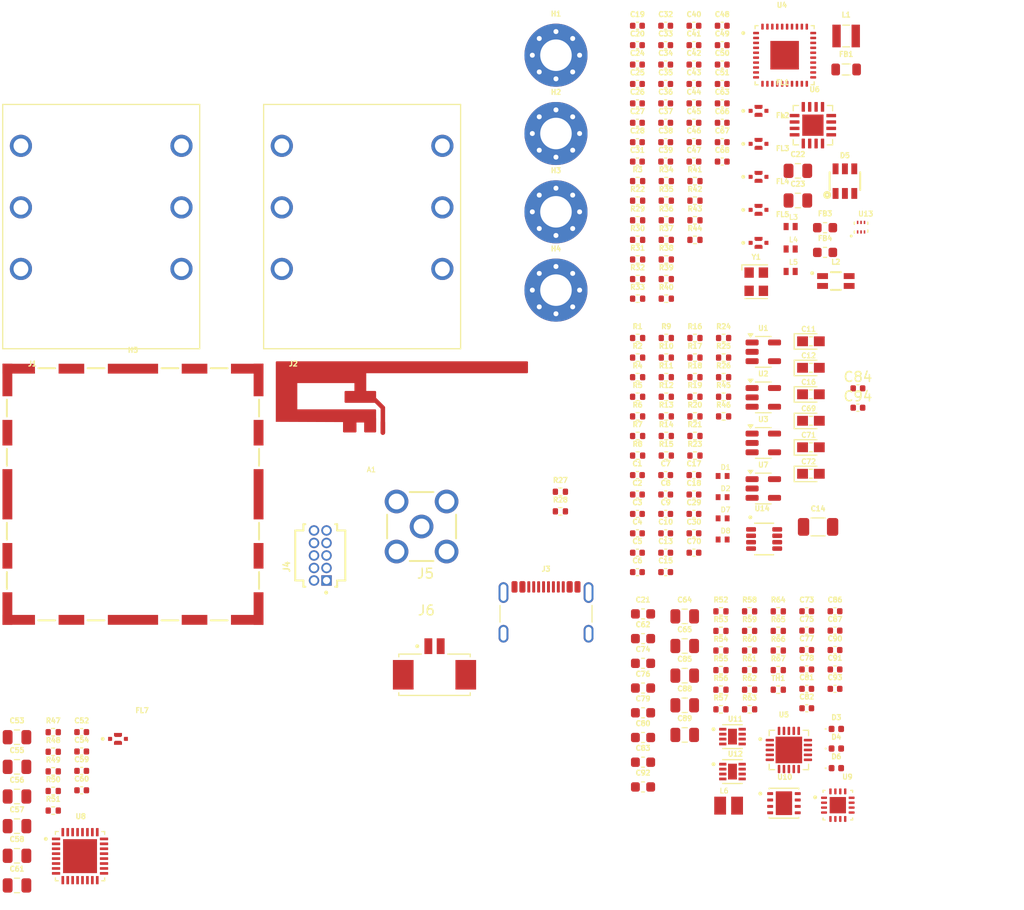
<source format=kicad_pcb>
(kicad_pcb (version 20240108) (generator "pcbnew") (generator_version "8.0")
  (layers (0 "F.Cu" signal) (31 "B.Cu" signal) (34 "B.Paste" user) (35 "F.Paste" user) (36 "B.SilkS" user "B.Silkscreen") (37 "F.SilkS" user "F.Silkscreen") (38 "B.Mask" user) (39 "F.Mask" user) (44 "Edge.Cuts" user))
  (property "BOARD_NAME" "Wirelles Guitar Jack Transceiver")
  (property "DESIGNER" "Orhun Dabak")
  (property "PROJECT_NAME" "Wirelles Guitar Jack")
  (property "REVIEWER" "")
  (property "VARIANT" "")
  (net 0 "")
  (net 1 "GND")
  (net 2 "/ANT_PCB")
  (net 3 "Net-(C1-Pad1)")
  (net 4 "Net-(U1-+)")
  (net 5 "+5VA")
  (net 6 "Net-(C16-Pad1)")
  (net 7 "Net-(C5-Pad2)")
  (net 8 "Net-(U3-+)")
  (net 9 "Net-(U2-+)")
  (net 10 "Net-(C10-Pad1)")
  (net 11 "/ANALOG/AUDIO_OUT_R")
  (net 12 "Net-(C11-Pad1)")
  (net 13 "/ANALOG/AUDIO_OUT_L")
  (net 14 "Net-(C12-Pad1)")
  (net 15 "Net-(U14A-+)")
  (net 16 "Net-(U2--)")
  (net 17 "Net-(C15-Pad2)")
  (net 18 "/ANALOG/AUDIO_IN_R_CODEC")
  (net 19 "Net-(C17-Pad2)")
  (net 20 "/RF SOC/USB_D_CMC_R-")
  (net 21 "/RF SOC/USB_D_CMC_R+")
  (net 22 "+3V3A")
  (net 23 "Net-(C22-Pad1)")
  (net 24 "+VBUSF")
  (net 25 "/RESET_N")
  (net 26 "Net-(C25-Pad1)")
  (net 27 "/RF SOC/ANT_IN")
  (net 28 "Net-(C26-Pad1)")
  (net 29 "Net-(Y1-TRI_STATE)")
  (net 30 "Net-(U7-+)")
  (net 31 "Net-(C29-Pad1)")
  (net 32 "Net-(U4B-DCPL)")
  (net 33 "Net-(U6B-AVDD_BIAS)")
  (net 34 "Net-(C38-Pad1)")
  (net 35 "Net-(U4B-DVDD)")
  (net 36 "IOVDD")
  (net 37 "Net-(C45-Pad1)")
  (net 38 "Net-(C46-Pad1)")
  (net 39 "Net-(U8-REF)")
  (net 40 "/CODEC/TLV_RESET_N")
  (net 41 "DVDD_TLV")
  (net 42 "Net-(U8-LDOIN{slash}HPVDD)")
  (net 43 "AVDD_TLV")
  (net 44 "+3V3D")
  (net 45 "+VBAT")
  (net 46 "/RF SOC/ANT_CTRL2")
  (net 47 "+VSYS")
  (net 48 "/RF SOC/GIO13")
  (net 49 "/RF SOC/GIO12")
  (net 50 "/RF SOC/ANT_CTRL1")
  (net 51 "/ANALOG/AUDIO_IN_L_CODEC")
  (net 52 "Net-(U7--)")
  (net 53 "Net-(C70-Pad2)")
  (net 54 "Net-(C71-Pad1)")
  (net 55 "+VBR_2V5")
  (net 56 "Net-(C72-Pad1)")
  (net 57 "+VBL_2V5")
  (net 58 "+5V5")
  (net 59 "Net-(U9-BST)")
  (net 60 "Net-(C90-Pad1)")
  (net 61 "Net-(U9-VCC)")
  (net 62 "Net-(U9-OUT)")
  (net 63 "Net-(C93-Pad1)")
  (net 64 "Net-(D3-K)")
  (net 65 "Net-(D4-K)")
  (net 66 "/USB_D+")
  (net 67 "+VBUS")
  (net 68 "/USB_D-")
  (net 69 "Net-(D6-K)")
  (net 70 "/ANALOG/AUDIO_IN_R")
  (net 71 "/ANALOG/AUDIO_IN_L")
  (net 72 "Net-(J3-CC1)")
  (net 74 "Net-(J3-CC2)")
  (net 76 "/MISO")
  (net 77 "/ANT_SMA")
  (net 78 "/RF SOC/USB_D_CMC+")
  (net 79 "/RF SOC/USB_D_CMC-")
  (net 80 "Net-(U6A-ANT)")
  (net 81 "/RF SOC/SDA")
  (net 82 "/ANALOG/AUDIO_OUT_R_CODEC")
  (net 83 "/RF SOC/SCL")
  (net 84 "Net-(U3--)")
  (net 85 "Net-(U1--)")
  (net 86 "/RF SOC/AD2")
  (net 87 "Net-(Y1-OUTPUT)")
  (net 88 "Net-(U4A-X1)")
  (net 89 "/RF SOC/xLNAEN")
  (net 90 "/RF SOC/xLNAEN_R")
  (net 91 "/RF SOC/xPAEN_R")
  (net 92 "/RF SOC/xPAEN")
  (net 93 "Net-(U6B-BIAS)")
  (net 94 "+3V3ARF")
  (net 95 "Net-(U6A-HGM)")
  (net 96 "Net-(U4A-RBIAS)")
  (net 97 "/ANALOG/AUDIO_OUT_L_CODEC")
  (net 98 "/CODEC/MCLK_R")
  (net 99 "/CODEC/MCLK")
  (net 100 "/CODEC/BCLK")
  (net 101 "/CODEC/BCLK_R")
  (net 102 "/CODEC/WRCK_R")
  (net 103 "/CODEC/WRCK")
  (net 104 "/CODEC/DOUT_R")
  (net 105 "/CODEC/DOUT")
  (net 106 "/CODEC/DIN")
  (net 107 "/CODEC/DIN_R")
  (net 108 "Net-(U5-SEL)")
  (net 109 "/POWER/PG")
  (net 110 "/POWER/STAT2")
  (net 111 "/POWER/STAT1")
  (net 112 "Net-(U5-~{TE})")
  (net 113 "Net-(U5-CE)")
  (net 114 "Net-(U5-PROG3)")
  (net 115 "Net-(U5-PROG2)")
  (net 116 "Net-(U5-PROG1)")
  (net 117 "Net-(U9-PG)")
  (net 118 "Net-(U9-FB)")
  (net 119 "Net-(U9-COMP)")
  (net 120 "Net-(U9-FREQ)")
  (net 121 "Net-(U5-THERM)")
  (net 122 "/RF SOC/SCLK")
  (net 123 "/RF SOC/DOUT")
  (net 124 "/RF SOC/MCLK")
  (net 125 "/RF SOC/RF+")
  (net 126 "/RF SOC/MOSI")
  (net 127 "/RF SOC/BCLK")
  (net 128 "/RF SOC/RF-")
  (net 129 "/RF SOC/DIN")
  (net 131 "/RF SOC/WRCK")
  (net 132 "/RF SOC/CS_N")
  (net 133 "/RF SOC/GIO1")
  (net 134 "/RF SOC/MISO")
  (net 136 "/RF SOC/GIO3")
  (net 142 "/CODEC/SCL")
  (net 146 "/CODEC/SDA")
  (net 152 "+VSYS(3V2-5V)")
  (net 153 "Net-(C84-Pad1)")
  (net 154 "Net-(C94-Pad1)")
  (footprint "Resistor_SMD:R_0402_1005Metric" (layer "F.Cu") (at 167.975 91.87)
    (property "Reference" "R21")
    (property "Value" "1k")
  )
  (footprint "Package_TO_SOT_SMD:SOT-23-5" (layer "F.Cu") (at 174.915 87.95)
    (property "Reference" "U2")
    (property "Value" "OPA1655DBV")
  )
  (footprint "Wirelles_Guitar_Jack:FIL_NFM18PS105D0J3D" (layer "F.Cu") (at 174.43 58.86)
    (property "Reference" "FL1")
    (property "Value" "NFM18PS105D0J3D")
  )
  (footprint "Capacitor_SMD:C_0402_1005Metric" (layer "F.Cu") (at 162.135 101.75)
    (property "Reference" "C4")
    (property "Value" "2n")
  )
  (footprint "Wirelles_Guitar_Jack:CAPC1608X90" (layer "F.Cu") (at 179.75 95.705)
    (property "Reference" "C72")
    (property "Value" "2.2u")
  )
  (footprint "Wirelles_Guitar_Jack:INDC2016X100N" (layer "F.Cu") (at 171.393 129.398)
    (property "Reference" "L6")
    (property "Value" "74479276168")
  )
  (footprint "Resistor_SMD:R_0402_1005Metric" (layer "F.Cu") (at 162.155 89.88)
    (property "Reference" "R6")
    (property "Value" "1k")
  )
  (footprint "Resistor_SMD:R_0402_1005Metric" (layer "F.Cu") (at 170.615 119.62)
    (property "Reference" "R57")
    (property "Value" "10k")
  )
  (footprint "Resistor_SMD:R_0402_1005Metric" (layer "F.Cu") (at 165.065 73.95)
    (property "Reference" "R38")
    (property "Value" "~")
  )
  (footprint "Capacitor_SMD:C_0805_2012Metric" (layer "F.Cu") (at 178.425 64.95)
    (property "Reference" "C22")
    (property "Value" "10u")
  )
  (footprint "Capacitor_SMD:C_0402_1005Metric" (layer "F.Cu") (at 170.745 50.22)
    (property "Reference" "C48")
    (property "Value" "0.1u")
  )
  (footprint "Capacitor_SMD:C_0402_1005Metric" (layer "F.Cu") (at 165.005 54.16)
    (property "Reference" "C34")
    (property "Value" "1n")
  )
  (footprint "Resistor_SMD:R_0402_1005Metric" (layer "F.Cu") (at 167.975 89.88)
    (property "Reference" "R20")
    (property "Value" "1k")
  )
  (footprint "Wirelles_Guitar_Jack:INDC1006X60N" (layer "F.Cu") (at 177.69 70.605)
    (property "Reference" "L3")
    (property "Value" "LQW15AN1N5B00D")
  )
  (footprint "Resistor_SMD:R_0402_1005Metric" (layer "F.Cu") (at 162.155 87.89)
    (property "Reference" "R5")
    (property "Value" "100R")
  )
  (footprint "Resistor_SMD:R_0402_1005Metric" (layer "F.Cu") (at 165.065 87.89)
    (property "Reference" "R12")
    (property "Value" "0R")
  )
  (footprint "Capacitor_SMD:C_0402_1005Metric" (layer "F.Cu") (at 179.325 109.66)
    (property "Reference" "C73")
    (property "Value" "1u")
  )
  (footprint "Capacitor_SMD:C_0805_2012Metric" (layer "F.Cu") (at 166.935 113.19)
    (property "Reference" "C65")
    (property "Value" "10u")
  )
  (footprint "Resistor_SMD:R_0402_1005Metric" (layer "F.Cu") (at 173.525 119.62)
    (property "Reference" "R63")
    (property "Value" "10k")
  )
  (footprint "Wirelles_Guitar_Jack:QFN6-LF" (layer "F.Cu") (at 184.84 70.67)
    (property "Reference" "U13")
    (property "Value" "SKY13351-378LF")
  )
  (footprint "Capacitor_SMD:C_0402_1005Metric" (layer "F.Cu") (at 162.135 58.1)
    (property "Reference" "C26")
    (property "Value" "6.8p")
  )
  (footprint "Capacitor_SMD:C_0402_1005Metric" (layer "F.Cu") (at 165.005 64.01)
    (property "Reference" "C39")
    (property "Value" "2.2u")
  )
  (footprint "Wirelles_Guitar_Jack:WE-SHC_SMD-FRAME_36103255S" (layer "F.Cu") (at 110.92 97.785)
    (property "Reference" "H5")
    (property "Value" "WE-SHC_SMD-FRAME")
  )
  (footprint "Capacitor_SMD:C_0805_2012Metric" (layer "F.Cu") (at 99.145 131.48)
    (property "Reference" "C57")
    (property "Value" "10u")
  )
  (footprint "Capacitor_SMD:C_0402_1005Metric" (layer "F.Cu") (at 165.005 99.78)
    (property "Reference" "C9")
    (property "Value" "100n")
  )
  (footprint "Wirelles_Guitar_Jack:SAMTEC_FTSH-105-01-F-D-K" (layer "F.Cu") (at 129.935 104 90)
    (property "Reference" "J4")
    (property "Value" "Conn_02x05_Odd_Even")
  )
  (footprint "MountingHole:MountingHole_3.2mm_M3_Pad_Via" (layer "F.Cu") (at 153.865 53.21)
    (property "Reference" "H1")
    (property "Value" "MountingHole_Pad")
  )
  (footprint "Capacitor_SMD:C_0402_1005Metric" (layer "F.Cu") (at 162.135 103.72)
    (property "Reference" "C5")
    (property "Value" "100p")
  )
  (footprint "Capacitor_SMD:C_0402_1005Metric" (layer "F.Cu") (at 165.005 95.84)
    (property "Reference" "C7")
    (property "Value" "0.1u")
  )
  (footprint "Wirelles_Guitar_Jack:FIL_NFM18PS105D0J3D" (layer "F.Cu") (at 174.43 68.91)
    (property "Reference" "FL4")
    (property "Value" "NFM18PS105D0J3D")
  )
  (footprint "Inductor_SMD:L_0603_1608Metric" (layer "F.Cu") (at 181.185 70.72)
    (property "Reference" "FB3")
    (property "Value" "BLM18AG221SN1D")
  )
  (footprint "Connector_USB:USB_C_Receptacle_GCT_USB4105-xx-A_16P_TopMnt_Horizontal" (layer "F.Cu") (at 152.855 110.87)
    (property "Reference" "J3")
    (property "Value" "USB_C_Receptacle_USB2.0_16P")
  )
  (footprint "Capacitor_SMD:C_0402_1005Metric" (layer "F.Cu") (at 162.135 97.81)
    (property "Reference" "C2")
    (property "Value" "0.1u")
  )
  (footprint "Wirelles_Guitar_Jack:FIL_NFM18PS105D0J3D" (layer "F.Cu") (at 109.4 122.62)
    (property "Reference" "FL7")
    (property "Value" "NFM18PS105D0J3D")
  )
  (footprint "Capacitor_SMD:C_1206_3216Metric" (layer "F.Cu") (at 180.475 101.1)
    (property "Reference" "C14")
    (property "Value" "100u")
  )
  (footprint "Inductor_SMD:L_Wuerth_MAPI-2512" (layer "F.Cu") (at 183.325 51.26)
    (property "Reference" "L1")
    (property "Value" "74438323012")
  )
  (footprint "Capacitor_SMD:C_0402_1005Metric" (layer "F.Cu") (at 170.745 62.04)
    (property "Reference" "C67")
    (property "Value" "~")
  )
  (footprint "MountingHole:MountingHole_3.2mm_M3_Pad_Via" (layer "F.Cu") (at 153.865 61.16)
    (property "Reference" "H2")
    (property "Value" "MountingHole_Pad")
  )
  (footprint "Resistor_SMD:R_0402_1005Metric" (layer "F.Cu") (at 165.065 93.86)
    (property "Reference" "R15")
    (property "Value" "100k")
  )
  (footprint "Capacitor_SMD:C_0402_1005Metric" (layer "F.Cu") (at 165.005 103.72)
    (property "Reference" "C13")
    (property "Value" "0.1u")
  )
  (footprint "LED_SMD:LED_0402_1005Metric" (layer "F.Cu") (at 182.33 123.6)
    (property "Reference" "D4")
    (property "Value" "LED")
  )
  (footprint "Inductor_SMD:L_0603_1608Metric" (layer "F.Cu") (at 181.185 73.23)
    (property "Reference" "FB4")
    (property "Value" "BLM18AG221SN1D")
  )
  (footprint "Resistor_SMD:R_0402_1005Metric" (layer "F.Cu") (at 102.825 129.9)
    (property "Reference" "R51")
    (property "Value" "33R")
  )
  (footprint "Wirelles_Guitar_Jack:CAPC1608X90" (layer "F.Cu") (at 179.75 84.945)
    (property "Reference" "C12")
    (property "Value" "2.2u")
  )
  (footprint "Wirelles_Guitar_Jack:CAPC1608X90" (layer "F.Cu") (at 179.75 82.255)
    (property "Reference" "C11")
    (property "Value" "2.2u")
  )
  (footprint "Capacitor_SMD:C_0402_1005Metric" (layer "F.Cu") (at 170.745 52.19)
    (property "Reference" "C49")
    (property "Value" "0.1u")
  )
  (footprint "Capacitor_SMD:C_0402_1005Metric" (layer "F.Cu") (at 165.005 60.07)
    (property "Reference" "C37")
    (property "Value" "0.1u")
  )
  (footprint "Capacitor_SMD:C_0603_1608Metric" (layer "F.Cu") (at 162.705 117.46)
    (property "Reference" "C76")
    (property "Value" "4.7u")
  )
  (footprint "Wirelles_Guitar_Jack:RESC1005X35N" (layer "F.Cu") (at 170.785 98.08)
    (property "Reference" "D2")
    (property "Value" "0402ESD-BI")
  )
  (footprint "Capacitor_SMD:C_0603_1608Metric" (layer "F.Cu") (at 162.705 109.93)
    (property "Reference" "C21")
    (property "Value" "4.7u")
  )
  (footprint "Capacitor_SMD:C_0402_1005Metric" (layer "F.Cu") (at 167.875 58.1)
    (property "Reference" "C44")
    (property "Value" "0.1u")
  )
  (footprint "Resistor_SMD:R_0402_1005Metric" (layer "F.Cu") (at 176.435 113.65)
    (property "Reference" "R66")
    (property "Value" "56.2k")
  )
  (footprint "Capacitor_SMD:C_0402_1005Metric" (layer "F.Cu") (at 165.005 56.13)
    (property "Reference" "C35")
    (property "Value" "18p")
  )
  (footprint "Resistor_SMD:R_0402_1005Metric" (layer "F.Cu") (at 170.615 115.64)
    (property "Reference" "R55")
    (property "Value" "1k")
  )
  (footprint "Wirelles_Guitar_Jack:FIL_NFM18PS105D0J3D" (layer "F.Cu") (at 174.43 72.26)
    (property "Reference" "FL5")
    (property "Value" "NFM18PS105D0J3D")
  )
  (footprint "Capacitor_SMD:C_0402_1005Metric" (layer "F.Cu") (at 167.875 62.04)
    (property "Reference" "C46")
    (property "Value" "0.1u")
  )
  (footprint "Capacitor_SMD:C_0402_1005Metric" (layer "F.Cu") (at 165.005 101.75)
    (property "Reference" "C10")
    (property "Value" "4700p")
  )
  (footprint "Resistor_SMD:R_0402_1005Metric" (layer "F.Cu") (at 165.065 85.9)
    (property "Reference" "R11")
    (property "Value" "0R")
  )
  (footprint "Capacitor_SMD:C_0402_1005Metric" (layer "F.Cu") (at 162.135 54.16)
    (property "Reference" "C24")
    (property "Value" "1n")
  )
  (footprint "Wirelles_Guitar_Jack:AMPHENOL_ACJMIH" (layer "F.Cu") (at 107.695 68.66)
    (property "Reference" "J1")
    (property "Value" "ACJS-IH")
  )
  (footprint "Capacitor_SMD:C_0603_1608Metric" (layer "F.Cu") (at 162.705 119.97)
    (property "Reference" "C79")
    (property "Value" "4.7u")
  )
  (footprint "Resistor_SMD:R_0402_1005Metric" (layer "F.Cu") (at 167.975 69.97)
    (property "Reference" "R43")
    (property "Value" "10k")
  )
  (footprint "Capacitor_SMD:C_0402_1005Metric" (layer "F.Cu") (at 162.135 52.19)
    (property "Reference" "C20")
    (property "Value" "47p")
  )
  (footprint "Capacitor_SMD:C_0805_2012Metric" (layer "F.Cu") (at 99.145 134.49)
    (property "Reference" "C58")
    (property "Value" "10u")
  )
  (footprint "Capacitor_SMD:C_0402_1005Metric" (layer "F.Cu") (at 182.195 113.6)
    (property "Reference" "C90")
    (property "Value" "0.1u")
  )
  (footprint "Resistor_SMD:R_0402_1005Metric" (layer "F.Cu") (at 173.525 109.67)
    (property "Reference" "R58")
    (property "Value" "10k")
  )
  (footprint "Resistor_SMD:R_0402_1005Metric" (layer "F.Cu") (at 162.155 77.93)
    (property "Reference" "R33")
    (property "Value" "33R")
  )
  (footprint "Wirelles_Guitar_Jack:QFN65P400X400X100-17N" (layer "F.Cu") (at 179.95 60.315)
    (property "Reference" "U6")
    (property "Value" "CC2590RGVT")
  )
  (footprint "Wirelles_Guitar_Jack:SOT23_DDF_TEX" (layer "F.Cu") (at 174.999 102.325)
    (property "Reference" "U14")
    (property "Value" "TLV9162")
  )
  (footprint "Wirelles_Guitar_Jack:WE-TVS_SOT23-6L" (layer "F.Cu") (at 183.2 65.995)
    (property "Reference" "D5")
    (property "Value" "WE-TVS-HS_SOT23-6L_824015")
  )
  (footprint "Capacitor_SMD:C_0402_1005Metric" (layer "F.Cu") (at 182.195 117.54)
    (property "Reference" "C93")
    (property "Value" "1.8n")
  )
  (footprint "Resistor_SMD:R_0402_1005Metric" (layer "F.Cu") (at 170.615 109.67)
    (property "Reference" "R52")
    (property "Value" "10k")
  )
  (footprint "Oscillator:Oscillator_SMD_Kyocera_KC2520Z-4Pin_2.5x2.0mm" (layer "F.Cu") (at 174.2 76.205)
    (property "Reference" "Y1")
    (property "Value" "ECS-2520MV-480-DN-TR")
  )
  (footprint "Resistor_SMD:R_0402_1005Metric" (layer "F.Cu") (at 173.525 113.65)
    (property "Reference" "R60")
    (property "Value" "10k")
  )
  (footprint "Wirelles_Guitar_Jack:FIL_NFM18PS105D0J3D" (layer "F.Cu") (at 174.43 65.56)
    (property "Reference" "FL3")
    (property "Value" "NFM18PS105D0J3D")
  )
  (footprint "Capacitor_SMD:C_0805_2012Metric" (layer "F.Cu") (at 178.425 67.96)
    (property "Reference" "C23")
    (property "Value" "10u")
  )
  (footprint "Capacitor_SMD:C_0805_2012Metric" (layer "F.Cu") (at 99.145 125.46)
    (property "Reference" "C55")
    (property "Value" "10u")
  )
  (footprint "Wirelles_Guitar_Jack:WE-CNSW_1206" (layer "F.Cu") (at 182.28 76.135)
    (property "Reference" "L2")
    (property "Value" "WE-CNSW_1206")
  )
  (footprint "Resistor_SMD:R_0402_1005Metric" (layer "F.Cu") (at 162.155 91.87)
    (property "Reference" "R7")
    (property "Value" "1M")
  )
  (footprint "Resistor_SMD:R_0402_1005Metric" (layer "F.Cu") (at 165.065 77.93)
    (property "Reference" "R40")
    (property "Value" "4.3k")
  )
  (footprint "Wirelles_Guitar_Jack:SON50P200X200X80-9N" (layer "F.Cu") (at 171.785 122.39)
    (property "Reference" "U11")
    (property "Value" "TPS7A2133")
  )
  (footprint "Capacitor_SMD:C_0402_1005Metric" (layer "F.Cu") (at 179.325 115.57)
    (property "Reference" "C78")
    (property "Value" "1u")
  )
  (footprint "Resistor_SMD:R_0402_1005Metric" (layer "F.Cu") (at 176.435 117.63)
    (property "Reference" "TH1")
    (property "Value" "TMP6131DECR")
  )
  (footprint "Resistor_SMD:R_0402_1005Metric" (layer "F.Cu") (at 170.615 111.66)
    (property "Reference" "R53")
    (property "Value" "1k")
  )
  (footprint "Capacitor_SMD:C_0603_1608Metric" (layer "F.Cu") (at 162.705 112.44)
    (property "Reference" "C62")
    (property "Value" "4.7u")
  )
  (footprint "Wirelles_Guitar_Jack:RESC1005X35N" (layer "F.Cu") (at 170.785 102.38)
    (property "Reference" "D8")
    (property "Value" "0402ESD-BI")
  )
  (footprint "Resistor_SMD:R_0402_1005Metric" (layer "F.Cu") (at 173.525 111.66)
    (property "Reference" "R59")
    (property "Value" "10k")
  )
  (footprint "Resistor_SMD:R_0402_1005Metric" (layer "F.Cu") (at 102.825 123.93)
    (property "Reference" "R48")
    (property "Value" "33R")
  )
  (footprint "Resistor_SMD:R_0402_1005Metric" (layer "F.Cu") (at 170.885 89.88)
    (property "Reference" "R46")
    (property "Value" "1k")
  )
  (footprint "Wirelles_Guitar_Jack:AMPHENOL_ACJMIH" (layer "F.Cu") (at 134.1835 68.66)
    (property "Reference" "J2")
    (property "Value" "ACJS-IH")
  )
  (footprint "Resistor_SMD:R_0402_1005Metric" (layer "F.Cu") (at 167.975 93.86)
    (property "Reference" "R23")
    (property "Value" "0R")
  )
  (footprint "Capacitor_SMD:C_0402_1005Metric" (layer "F.Cu") (at 162.135 105.69)
    (property "Reference" "C6")
    (property "Value" "10n")
  )
  (footprint "Wirelles_Guitar_Jack:FIL_NFM18PS105D0J3D" (layer "F.Cu") (at 174.43 62.21)
    (property "Reference" "FL2")
    (property "Value" "NFM18PS105D0J3D")
  )
  (footprint "Wirelles_Guitar_Jack:CAPC1608X90" (layer "F.Cu") (at 179.75 93.015)
    (property "Reference" "C71")
    (property "Value" "2.2u")
  )
  (footprint "Capacitor_SMD:C_0402_1005Metric" (layer "F.Cu") (at 182.195 115.57)
    (property "Reference" "C91")
    (property "Value" "1u")
  )
  (footprint "Resistor_SMD:R_0402_1005Metric" (layer "F.Cu") (at 167.975 85.9)
    (property "Reference" "R18")
    (property "Value" "0R")
  )
  (footprint "Resistor_SMD:R_0402_1005Metric" (layer "F.Cu") (at 162.155 65.99)
    (property "Reference" "R3")
    (property "Value" "2.2k")
  )
  (footprint "Resistor_SMD:R_0402_1005Metric" (layer "F.Cu") (at 162.155 81.92)
    (property "Reference" "R1")
    (property "Value" "100R")
  )
  (footprint "Resistor_SMD:R_0402_1005Metric" (layer "F.Cu") (at 167.975 81.92)
    (property "Reference" "R16")
    (property "Value" "100k")
  )
  (footprint "Capacitor_SMD:C_0402_1005Metric" (layer "F.Cu") (at 165.005 52.19)
    (property "Reference" "C33")
    (property "Value" "18p")
  )
  (footprint "Capacitor_SMD:C_0402_1005Metric" (layer "F.Cu") (at 162.135 95.84)
    (property "Reference" "C1")
    (property "Value" "10n")
  )
  (footprint "Capacitor_SMD:C_0805_2012Metric" (layer "F.Cu") (at 99.145 137.5)
    (property "Reference" "C61")
    (property "Value" "10u")
  )
  (footprint "Resistor_SMD:R_0402_1005Metric" (layer "F.Cu") (at 176.435 111.66)
    (property "Reference" "R65")
    (property "Value" "80.6k")
  )
  (footprint "Resistor_SMD:R_0402_1005Metric" (layer "F.Cu") (at 170.615 117.63)
    (property "Reference" "R56")
    (property "Value" "10k")
  )
  (footprint "Resistor_SMD:R_0402_1005Metric" (layer "F.Cu") (at 102.825 121.94)
    (property "Reference" "R47")
    (property "Value" "33R")
  )
  (footprint "Capacitor_SMD:C_0402_1005Metric" (layer "F.Cu") (at 179.325 117.54)
    (property "Reference" "C81")
    (property "Value" "0.1u")
  )
  (footprint "Wirelles_Guitar_Jack:INDC1006X60N" (layer "F.Cu") (at 177.69 72.885)
    (property "Reference" "L4")
    (property "Value" "LQW15AN2N2C1ZD")
  )
  (footprint "Resistor_SMD:R_0402_1005Metric" (layer "F.Cu") (at 162.155 71.96)
    (property "Reference" "R30")
    (property "Value" "33R")
  )
  (footprint "Capacitor_SMD:C_0805_2012Metric" (layer "F.Cu") (at 166.935 119.21)
    (property "Reference" "C88")
    (property "Value" "10u")
  )
  (footprint "Capacitor_SMD:C_0402_1005Metric" (layer "F.Cu") (at 167.875 56.13)
    (property "Reference" "C43")
    (property "Value" "0.1u")
  )
  (footprint "Capacitor_SMD:C_0402_1005Metric" (layer "F.Cu") (at 162.135 50.22)
    (property "Reference" "C19")
    (property "Value" "47p")
  )
  (footprint "Capacitor_SMD:C_0402_1005Metric" (layer "F.Cu") (at 170.745 64.01)
    (property "Reference" "C68")
    (property "Value" "~")
  )
  (footprint "Capacitor_SMD:C_0402_1005Metric" (layer "F.Cu") (at 170.745 60.07)
    (property "Reference" "C66")
    (property "Value" "~")
  )
  (footprint "Capacitor_SMD:C_0402_1005Metric" (layer "F.Cu") (at 182.195 109.66)
    (property "Reference" "C86")
    (property "Value" "0.1u")
  )
  (footprint "Capacitor_SMD:C_0402_1005Metric" (layer "F.Cu") (at 162.135 56.13)
    (property "Reference" "C25")
    (property "Value" "1.2p")
  )
  (footprint "Capacitor_SMD:C_0805_2012Metric" (layer "F.Cu") (at 166.935 122.22)
    (property "Reference" "C89")
    (property "Value" "10u")
  )
  (footprint "Wirelles_Guitar_Jack:RESC1005X35N" (layer "F.Cu") (at 170.785 95.93)
    (property "Reference" "D1")
    (property "Value" "0402ESD-BI")
  )
  (footprint "Capacitor_SMD:C_0805_2012Metric" (layer "F.Cu") (at 166.935 110.18)
    (property "Reference" "C64")
    (property "Value" "10u")
  )
  (footprint "Capacitor_SMD:C_0402_1005Metric" (layer "F.Cu") (at 179.325 111.63)
    (property "Reference" "C75")
    (property "Value" "0.1u")
  )
  (footprint "Wirelles_Guitar_Jack:INDC1006X60N" (layer "F.Cu") (at 177.69 75.165)
    (property "Reference" "L5")
    (property "Value" "LQW15AN3N9C00D")
  )
  (footprint "Resistor_SMD:R_0402_1005Metric" (layer "F.Cu") (at 167.975 83.91)
    (property "Reference" "R17")
    (property "Value" "100")
  )
  (footprint "Resistor_SMD:R_0402_1005Metric" (layer "F.Cu") (at 165.065 71.96)
    (property "Reference" "R37")
    (property "Value" "10k")
  )
  (footprint "Resistor_SMD:R_0402_1005Metric" (layer "F.Cu") (at 162.155 69.97)
    (property "Reference" "R29")
    (property "Value" "1.5k")
  )
  (footprint "Wirelles_Guitar_Jack:CAPC1608X90" (layer "F.Cu") (at 179.75 90.325)
    (property "Reference" "C69")
    (property "Value" "2.2u")
  )
  (footprint "Resistor_SMD:R_0402_1005Metric" (layer "F.Cu") (at 170.885 87.89)
    (property "Reference" "R45")
    (property "Value" "1M")
  )
  (footprint "Wirelles_Guitar_Jack:Inverted_F_Antenna" (layer "F.Cu") (at 135.12168 95.78507)
    (property "Reference" "A1")
    (property "Value" "Inverted_F_Antenna")
  )
  (footprint "Capacitor_SMD:C_0402_1005Metric" (layer "F.Cu") (at 105.715 127.84)
    (property "Reference" "C60")
    (property "Value" "1u")
  )
  (footprint "Resistor_SMD:R_0402_1005Metric" (layer "F.Cu") (at 170.885 85.9)
    (property "Reference" "R26")
    (property "Value" "0R")
  )
  (footprint "Resistor_SMD:R_0402_1005Metric" (layer "F.Cu") (at 162.155 83.91)
    (property "Reference" "R2")
    (property "Value" "1M")
  )
  (footprint "Capacitor_SMD:C_0603_1608Metric" (layer "F.Cu") (at 162.705 122.48)
    (property "Reference" "C80")
    (property "Value" "4.7u")
  )
  (footprint "LED_SMD:LED_0402_1005Metric" (layer "F.Cu") (at 182.33 121.61)
    (property "Reference" "D3")
    (property "Value" "LED")
  )
  (footprint "Package_TO_SOT_SMD:SOT-23-5" (layer "F.Cu") (at 174.915 92.575)
    (property "Reference" "U3")
    (property "Value" "OPA1655DBV")
  )
  (footprint "Capacitor_SMD:C_0402_1005Metric" (layer "F.Cu") (at 170.745 56.13)
    (property "Reference" "C51")
    (property "Value" "0.1u")
  )
  (footprint "Capacitor_SMD:C_0402_1005Metric" (layer "F.Cu") (at 167.875 95.84)
    (property "Reference" "C17")
    (property "Value" "2n")
  )
  (footprint "MountingHole:MountingHole_3.2mm_M3_Pad_Via" (layer "F.Cu") (at 153.865 69.11)
    (property "Reference" "H3")
    (property "Value" "MountingHole_Pad")
  )
  (footprint "Package_TO_SOT_SMD:SOT-23-5" (layer "F.Cu") (at 174.915 97.2)
    (property "Reference" "U7")
    (property "Value" "OPA1655DBV")
  )
  (footprint "Resistor_SMD:R_0402_1005Metric" (layer "F.Cu") (at 154.315 99.52)
    (property "Reference" "R28")
    (property "Value" "5.1k")
  )
  (footprint "Capacitor_SMD:C_0402_1005Metric" (layer "F.Cu") (at 167.875 64.01)
    (property "Reference" "C47")
    (property "Value" "0.1u")
  )
  (footprint "Wirelles_Guitar_Jack:VREG_TPS61379QWRTERQ1" (layer "F.Cu") (at 182.48 129.35)
    (property "Reference" "U9")
    (property "Value" "TPS61379QWRTERQ1")
  )
  (footprint "Resistor_SMD:R_0402_1005Metric" (layer "F.Cu") (at 165.065 83.91)
    (property "Reference" "R10")
    (property "Value" "1M")
  )
  (footprint "Capacitor_SMD:C_0402_1005Metric" (layer "F.Cu") (at 167.875 101.75)
    (property "Reference" "C30")
    (property "Value" "4700p")
  )
  (footprint "Capacitor_SMD:C_0603_1608Metric" (layer "F.Cu") (at 162.705 114.95)
    (property "Reference" "C74")
    (property "Value" "4.7u")
  )
  (footprint "Capacitor_SMD:C_0402_1005Metric" (layer "F.Cu") (at 184.52 87.03)
    (property "Reference" "C84")
    (property "Value" "~")
  )
  (footprint "Resistor_SMD:R_0402_1005Metric" (layer "F.Cu") (at 176.435 109.67)
    (property "Reference" "R64")
    (property "Value" "475k")
  )
  (footprint "Capacitor_SMD:C_0402_1005Metric" (layer "F.Cu") (at 162.135 60.07)
    (property "Reference" "C27")
    (property "Value" "1.8p")
  )
  (footprint "Resistor_SMD:R_0402_1005Metric" (layer "F.Cu") (at 165.065 81.92)
    (property "Reference" "R9")
    (property "Value" "1k")
  )
  (footprint "Capacitor_SMD:C_0402_1005Metric" (layer "F.Cu") (at 165.005 62.04)
    (property "Reference" "C38")
    (property "Value" "2.2u")
  )
  (footprint "Resistor_SMD:R_0402_1005Metric" (layer "F.Cu") (at 162.155 73.95)
    (property "Reference" "R31")
    (property "Value" "33R")
  )
  (footprint "Resistor_SMD:R_0402_1005Metric" (layer "F.Cu") (at 162.155 67.98)
    (property "Reference" "R22")
    (property "Value" "2.2k")
  )
  (footprint "Resistor_SMD:R_0402_1005Metric" (layer "F.Cu") (at 167.975 71.96)
    (property "Reference" "R44")
    (property "Value" "56k")
  )
  (footprint "Capacitor_SMD:C_0805_2012Metric" (layer "F.Cu") (at 99.145 122.45)
    (property "Reference" "C53")
    (property "Value" "10u")
  )
  (footprint "Capacitor_SMD:C_0402_1005Metric" (layer "F.Cu") (at 167.875 60.07)
    (property "Reference" "C45")
    (property "Value" "2.2u")
  )
  (footprint "Resistor_SMD:R_0402_1005Metric" (layer "F.Cu") (at 170.615 113.65)
    (property "Reference" "R54")
    (property "Value" "1k")
  )
  (footprint "Wirelles_Guitar_Jack:SAMTEC_SMA-J-P-X-RA-TH1" (layer "F.Cu") (at 140.22 101.06 180)
    (property "Reference" "J5")
    (property "Value" "Conn_Coaxial")
  )
  (footprint "Capacitor_SMD:C_0603_1608Metric" (layer "F.Cu") (at 162.705 124.99)
    (property "Reference" "C83")
    (property "Value" "4.7u")
  )
  (footprint "Capacitor_SMD:C_0402_1005Metric" (layer "F.Cu") (at 184.52 89)
    (property "Reference" "C94")
    (property "Value" "~")
  )
  (footprint "Wirelles_Guitar_Jack:CAPC1608X90" (layer "F.Cu") (at 179.75 87.635)
    (property "Reference" "C16")
    (property "Value" "2.2u")
  )
  (footprint "Resistor_SMD:R_0402_1005Metric" (layer "F.Cu") (at 165.065 91.87)
    (property "Reference" "R14")
    (property "Value" "100")
  )
  (footprint "Capacitor_SMD:C_0402_1005Metric" (layer "F.Cu") (at 167.875 54.16)
    (property "Reference" "C42")
    (property "Value" "0.1u")
  )
  (footprint "Resistor_SMD:R_0402_1005Metric" (layer "F.Cu") (at 173.525 117.63)
    (property "Reference" "R62")
    (property "Value" "1k")
  )
  (footprint "Resistor_SMD:R_0402_1005Metric" (layer "F.Cu") (at 165.065 75.94)
    (property "Reference" "R39")
    (property "Value" "~")
  )
  (footprint "Wirelles_Guitar_Jack:QFN50P600X600X100-41N" (layer "F.Cu") (at 177.08 53.21)
    (property "Reference" "U4")
    (property "Value" "CC8521RAHR")
  )
  (footprint "Capacitor_SMD:C_0402_1005Metric" (layer "F.Cu") (at 179.325 119.51)
    (property "Reference" "C82")
    (property "Value" "1u")
  )
  (footprint "Capacitor_SMD:C_0402_1005Metric" (layer "F.Cu") (at 170.745 54.16)
    (property "Reference" "C50")
    (property "Value" "0.1u")
  )
  (footprint "Resistor_SMD:R_0402_1005Metric" (layer "F.Cu") (at 165.065 89.88)
    (property "Reference" "R13")
    (property "Value" "1k")
  )
  (footprint "Capacitor_SMD:C_0402_1005Metric" (layer "F.Cu") (at 167.875 99.78)
    (property "Reference" "C29")
    (property "Value" "0.1u")
  )
  (footprint "Resistor_SMD:R_0402_1005Metric" (layer "F.Cu") (at 165.065 65.99)
    (property "Reference" "R34")
    (property "Value" "33R")
  )
  (footprint "Capacitor_SMD:C_0402_1005Metric" (layer "F.Cu") (at 167.875 103.72)
    (property "Reference" "C70")
    (property "Value" "~")
  )
  (footprint "Resistor_SMD:R_0402_1005Metric" (layer "F.Cu") (at 102.825 127.91)
    (property "Reference" "R50")
    (property "Value" "33R")
  )
  (footprint "Capacitor_SMD:C_0402_1005Metric" (layer "F.Cu") (at 179.325 113.6)
    (property "Reference" "C77")
    (property "Value" "0.1u")
  )
  (footprint "Resistor_SMD:R_0402_1005Metric" (layer "F.Cu") (at 170.885 81.92)
    (property "Reference" "R24")
    (property "Value" "0R")
  )
  (footprint "Resistor_SMD:R_0402_1005Metric" (layer "F.Cu") (at 167.975 65.99)
    (property "Reference" "R41")
    (property "Value" "10k")
  )
  (footprint "Capacitor_SMD:C_0402_1005Metric" (layer "F.Cu") (at 165.005 50.22)
    (property "Reference" "C32")
    (property "Value" "1n")
  )
  (footprint "Capacitor_SMD:C_0805_2012Metric" (layer "F.Cu") (at 166.935 116.2)
    (property "Reference" "C85")
    (property "Value" "10u")
  )
  (footprint "Capacitor_SMD:C_0402_1005Metric" (layer "F.Cu") (at 162.135 62.04)
    (property "Reference" "C28")
    (property "Value" "0.1u")
  )
  (footprint "Capacitor_SMD:C_0805_2012Metric" (layer "F.Cu") (at 99.145 128.47)
    (property "Reference" "C56")
    (property "Value" "10u")
  )
  (footprint "LED_SMD:LED_0402_1005Metric" (layer "F.Cu") (at 182.33 125.59)
    (property "Reference" "D6")
    (property "Value" "LED")
  )
  (footprint "Capacitor_SMD:C_0402_1005Metric" (layer "F.Cu") (at 170.745 58.1)
    (property "Reference" "C63")
    (property "Value" "~")
  )
  (footprint "Capacitor_SMD:C_0402_1005Metric" (layer "F.Cu") (at 165.005 105.69)
    (property "Reference" "C15")
    (property "Value" "~")
  )
  (footprint "Resistor_SMD:R_0402_1005Metric" (layer "F.Cu") (at 162.155 93.86)
    (property "Reference" "R8")
    (property "Value" "1M")
  )
  (footprint "Wirelles_Guitar_Jack:SON65P300X300X100-9N" (layer "F.Cu") (at 177.01 129.15)
    (property "Reference" "U10")
    (property "Value" "TPS7A2150")
  )
  (footprint "Resistor_SMD:R_0402_1005Metric" (layer "F.Cu") (at 176.435 115.64)
    (property "Reference" "R67")
    (property "Value" "18.2k")
  )
  (footprint "Resistor_SMD:R_0402_1005Metric" (layer "F.Cu") (at 170.885 83.91)
    (property "Reference" "R25")
    (property "Value" "0R")
  )
  (footprint "Resistor_SMD:R_0402_1005Metric" (layer "F.Cu") (at 102.825 125.92)
    (property "Reference" "R49")
    (property "Value" "33R")
  )
  (footprint "Wirelles_Guitar_Jack:RESC1005X35N" (layer "F.Cu") (at 170.785 100.23)
    (property "Reference" "D7")
    (property "Value" "0402ESD-BI")
  )
  (footprint "Resistor_SMD:R_0402_1005Metric" (layer "F.Cu") (at 154.315 97.53)
    (property "Reference" "R27")
    (property "Value" "5.1k")
  )
  (footprint "Resistor_SMD:R_0402_1005Metric" (layer "F.Cu") (at 167.975 87.89)
    (property "Reference" "R19")
    (property "Value" "0R")
  )
  (footprint "MountingHole:MountingHole_3.2mm_M3_Pad_Via" (layer "F.Cu") (at 153.865 77.06)
    (property "Reference" "H4")
    (property "Value" "MountingHole_Pad")
  )
  (footprint "Capacitor_SMD:C_0402_1005Metric" (layer "F.Cu") (at 105.715 123.9)
    (property "Reference" "C54")
    (property "Value" "1n")
  )
  (footprint "Wirelles_Guitar_Jack:SON50P200X200X80-9N" (layer "F.Cu") (at 171.785 125.94)
    (property "Reference" "U12")
    (property "Value" "TPS7A2133")
  )
  (footprint "Inductor_SMD:L_0805_2012Metric" (layer "F.Cu") (at 183.325 54.66)
    (property "Reference" "FB1")
    (property "Value" "74279220181")
  )
  (footprint "Wirelles_Guitar_Jack:QFN50P500X500X100-33N" (layer "F.Cu") (at 105.545 134.525)
    (property "Reference" "U8")
    (property "Value" "TLV320AIC3204IRHBR")
  )
  (footprint "Resistor_SMD:R_0402_1005Metric" (layer "F.Cu") (at 165.065 67.98)
    (property "Reference" "R35")
    (property "Value" "10k")
  )
  (footprint "Resistor_SMD:R_0402_1005Metric" (layer "F.Cu") (at 173.525 115.64)
    (property "Reference" "R61")
    (property "Value" "10k")
  )
  (footprint "Capacitor_SMD:C_0402_1005Metric" (layer "F.Cu") (at 162.135 99.78)
    (property "Reference" "C3")
    (property "Value" "100p")
  )
  (footprint "Resistor_SMD:R_0402_1005Metric" (layer "F.Cu") (at 167.975 67.98)
    (property "Reference" "R42")
    (property "Value" "10k")
  )
  (footprint "Wirelles_Guitar_Jack:MOLEX_0532610271" (layer "F.Cu") (at 141.5335 113.21)
    (property "Reference" "J6")
    (property "Value" "0532610271")
  )
  (footprint "Capacitor_SMD:C_0402_1005Metric" (layer "F.Cu") (at 182.195 111.63)
    (property "Reference" "C87")
    (property "Value" "0.1u")
  )
  (footprint "Capacitor_SMD:C_0402_1005Metric" (layer "F.Cu") (at 167.875 97.81)
    (property "Reference" "C18")
    (property "Value" "0.1u")
  )
  (footprint "Capacitor_SMD:C_0402_1005Metric" (layer "F.Cu") (at 162.135 64.01)
    (property "Reference" "C31")
    (property "Value" "0.1u")
  )
  (footprint "Capacitor_SMD:C_0402_1005Metric" (layer "F.Cu") (at 165.005 97.81)
    (property "Reference" "C8")
    (property "Value" "0.1u")
  )
  (footprint "Package_TO_SOT_SMD:SOT-23-5" (layer "F.Cu") (at 174.915 83.325)
    (property "Reference" "U1")
    (property "Value" "OPA1655DBV")
  )
  (footprint "Capacitor_SMD:C_0402_1005Metric" (layer "F.Cu") (at 167.875 52.19)
    (property "Reference" "C41")
    (property "Value" "0.1u")
  )
  (footprint "Capacitor_SMD:C_0402_1005Metric" (layer "F.Cu") (at 167.875 50.22)
    (property "Reference" "C40")
    (property "Value" "2.2u")
  )
  (footprint "Capacitor_SMD:C_0603_1608Metric" (layer "F.Cu") (at 162.705 127.5)
    (property "Reference" "C92")
    (property "Value" "1.5u")
  )
  (footprint "Resistor_SMD:R_0402_1005Metric" (layer "F.Cu") (at 162.155 75.94)
    (property "Reference" "R32")
    (property "Value" "33R")
  )
  (footprint "Wirelles_Guitar_Jack:QFN50P400X400X100-21N" (layer "F.Cu") (at 177.51 123.745)
    (property "Reference" "U5")
    (property "Value" "MCP73871-2CCI_ML")
  )
  (footprint "Capacitor_SMD:C_0402_1005Metric" (layer "F.Cu") (at 165.005 58.1)
    (property "Reference" "C36")
    (property "Value" "1n")
  )
  (footprint "Resistor_SMD:R_0402_1005Metric" (layer "F.Cu") (at 162.155 85.9)
    (property "Reference" "R4")
    (property "Value" "1M")
  )
  (footprint "Resistor_SMD:R_0402_1005Metric" (layer "F.Cu") (at 165.065 69.97)
    (property "Reference" "R36")
    (property "Value" "10k")
  )
  (footprint "Capacitor_SMD:C_0402_1005Metric" (layer "F.Cu") (at 105.715 121.93)
    (property "Reference" "C52")
    (property "Value" "1u")
  )
  (footprint "Capacitor_SMD:C_0402_1005Metric" (layer "F.Cu") (at 105.715 125.87)
    (property "Reference" "C59")
    (property "Value" "2.2u")
  )
)
</source>
